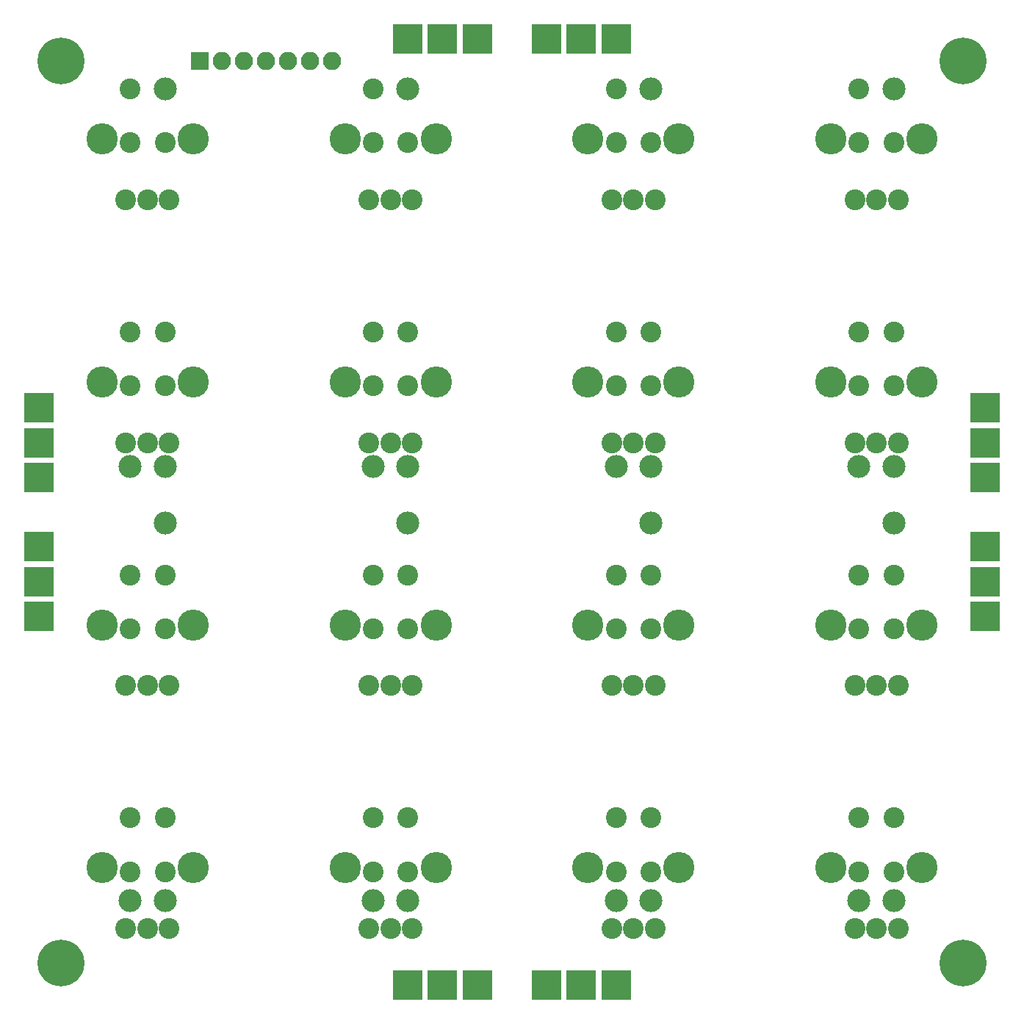
<source format=gbr>
G04 #@! TF.FileFunction,Soldermask,Top*
%FSLAX46Y46*%
G04 Gerber Fmt 4.6, Leading zero omitted, Abs format (unit mm)*
G04 Created by KiCad (PCBNEW 4.0.6) date Tuesday, July 03, 2018 'PMt' 09:33:00 PM*
%MOMM*%
%LPD*%
G01*
G04 APERTURE LIST*
%ADD10C,0.100000*%
%ADD11C,2.398980*%
%ADD12C,3.600000*%
%ADD13C,2.647900*%
%ADD14C,5.400000*%
%ADD15R,2.100000X2.100000*%
%ADD16O,2.100000X2.100000*%
%ADD17R,3.400000X3.400000*%
G04 APERTURE END LIST*
D10*
D11*
X183000000Y-88450000D03*
X183000000Y-82250000D03*
X187000000Y-88450000D03*
X187000000Y-82250000D03*
X183000000Y-60450000D03*
X183000000Y-54250000D03*
X187000000Y-60450000D03*
X155000000Y-60450000D03*
X155000000Y-54250000D03*
X159000000Y-60450000D03*
X127000000Y-60450000D03*
X127000000Y-54250000D03*
X131000000Y-60450000D03*
X99000000Y-60450000D03*
X99000000Y-54250000D03*
X103000000Y-60450000D03*
D12*
X106250000Y-144000000D03*
D11*
X101000000Y-151000000D03*
X103500000Y-151000000D03*
X98500000Y-151000000D03*
D12*
X95750000Y-144000000D03*
X106250000Y-88000000D03*
D11*
X101000000Y-95000000D03*
X103500000Y-95000000D03*
X98500000Y-95000000D03*
D12*
X95750000Y-88000000D03*
D13*
X102998980Y-54252520D03*
X102998980Y-97747480D03*
X99001020Y-97747480D03*
D14*
X195000000Y-155000000D03*
X91000000Y-155000000D03*
X91000000Y-51000000D03*
X195000000Y-51000000D03*
D15*
X107000000Y-51000000D03*
D16*
X109540000Y-51000000D03*
X112080000Y-51000000D03*
X114620000Y-51000000D03*
X117160000Y-51000000D03*
X119700000Y-51000000D03*
X122240000Y-51000000D03*
D17*
X88500000Y-115000000D03*
X88500000Y-91000000D03*
X88500000Y-95000000D03*
X88500000Y-99000000D03*
X88500000Y-111000000D03*
X88500000Y-107000000D03*
X155000000Y-157500000D03*
X131000000Y-157500000D03*
X135000000Y-157500000D03*
X139000000Y-157500000D03*
X151000000Y-157500000D03*
X147000000Y-157500000D03*
X197500000Y-115000000D03*
X197500000Y-91000000D03*
X197500000Y-95000000D03*
X197500000Y-99000000D03*
X197500000Y-111000000D03*
X197500000Y-107000000D03*
X155000000Y-48500000D03*
X131000000Y-48500000D03*
X135000000Y-48500000D03*
X139000000Y-48500000D03*
X151000000Y-48500000D03*
X147000000Y-48500000D03*
D13*
X102998980Y-104252520D03*
X102998980Y-147747480D03*
X99001020Y-147747480D03*
X130998980Y-104252520D03*
X130998980Y-147747480D03*
X127001020Y-147747480D03*
X158998980Y-104252520D03*
X158998980Y-147747480D03*
X155001020Y-147747480D03*
X186998980Y-104252520D03*
X186998980Y-147747480D03*
X183001020Y-147747480D03*
X186998980Y-54252520D03*
X186998980Y-97747480D03*
X183001020Y-97747480D03*
X158998980Y-54252520D03*
X158998980Y-97747480D03*
X155001020Y-97747480D03*
X130998980Y-54252520D03*
X130998980Y-97747480D03*
X127001020Y-97747480D03*
D12*
X106250000Y-60000000D03*
D11*
X101000000Y-67000000D03*
X103500000Y-67000000D03*
X98500000Y-67000000D03*
D12*
X95750000Y-60000000D03*
X134250000Y-60000000D03*
D11*
X129000000Y-67000000D03*
X131500000Y-67000000D03*
X126500000Y-67000000D03*
D12*
X123750000Y-60000000D03*
X162250000Y-60000000D03*
D11*
X157000000Y-67000000D03*
X159500000Y-67000000D03*
X154500000Y-67000000D03*
D12*
X151750000Y-60000000D03*
X190250000Y-60000000D03*
D11*
X185000000Y-67000000D03*
X187500000Y-67000000D03*
X182500000Y-67000000D03*
D12*
X179750000Y-60000000D03*
X134250000Y-88000000D03*
D11*
X129000000Y-95000000D03*
X131500000Y-95000000D03*
X126500000Y-95000000D03*
D12*
X123750000Y-88000000D03*
X162250000Y-88000000D03*
D11*
X157000000Y-95000000D03*
X159500000Y-95000000D03*
X154500000Y-95000000D03*
D12*
X151750000Y-88000000D03*
X190250000Y-88000000D03*
D11*
X185000000Y-95000000D03*
X187500000Y-95000000D03*
X182500000Y-95000000D03*
D12*
X179750000Y-88000000D03*
X106250000Y-116000000D03*
D11*
X101000000Y-123000000D03*
X103500000Y-123000000D03*
X98500000Y-123000000D03*
D12*
X95750000Y-116000000D03*
X134250000Y-116000000D03*
D11*
X129000000Y-123000000D03*
X131500000Y-123000000D03*
X126500000Y-123000000D03*
D12*
X123750000Y-116000000D03*
X162250000Y-116000000D03*
D11*
X157000000Y-123000000D03*
X159500000Y-123000000D03*
X154500000Y-123000000D03*
D12*
X151750000Y-116000000D03*
X190250000Y-116000000D03*
D11*
X185000000Y-123000000D03*
X187500000Y-123000000D03*
X182500000Y-123000000D03*
D12*
X179750000Y-116000000D03*
X134250000Y-144000000D03*
D11*
X129000000Y-151000000D03*
X131500000Y-151000000D03*
X126500000Y-151000000D03*
D12*
X123750000Y-144000000D03*
X162250000Y-144000000D03*
D11*
X157000000Y-151000000D03*
X159500000Y-151000000D03*
X154500000Y-151000000D03*
D12*
X151750000Y-144000000D03*
X190250000Y-144000000D03*
D11*
X185000000Y-151000000D03*
X187500000Y-151000000D03*
X182500000Y-151000000D03*
D12*
X179750000Y-144000000D03*
D11*
X99000000Y-88450000D03*
X99000000Y-82250000D03*
X103000000Y-88450000D03*
X103000000Y-82250000D03*
X127000000Y-88450000D03*
X127000000Y-82250000D03*
X131000000Y-88450000D03*
X131000000Y-82250000D03*
X155000000Y-88450000D03*
X155000000Y-82250000D03*
X159000000Y-88450000D03*
X159000000Y-82250000D03*
X99000000Y-116450000D03*
X99000000Y-110250000D03*
X103000000Y-116450000D03*
X103000000Y-110250000D03*
X127000000Y-116450000D03*
X127000000Y-110250000D03*
X131000000Y-116450000D03*
X131000000Y-110250000D03*
X155000000Y-116450000D03*
X155000000Y-110250000D03*
X159000000Y-116450000D03*
X159000000Y-110250000D03*
X183000000Y-116450000D03*
X183000000Y-110250000D03*
X187000000Y-116450000D03*
X187000000Y-110250000D03*
X99000000Y-144450000D03*
X99000000Y-138250000D03*
X103000000Y-144450000D03*
X103000000Y-138250000D03*
X127000000Y-144450000D03*
X127000000Y-138250000D03*
X131000000Y-144450000D03*
X131000000Y-138250000D03*
X155000000Y-144450000D03*
X155000000Y-138250000D03*
X159000000Y-144450000D03*
X159000000Y-138250000D03*
X183000000Y-144450000D03*
X183000000Y-138250000D03*
X187000000Y-144450000D03*
X187000000Y-138250000D03*
M02*

</source>
